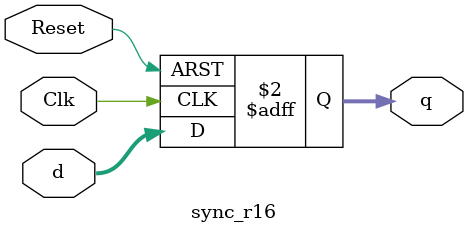
<source format=sv>

module sync (
	input  logic Clk, d, 
	output logic q
);

always_ff @ (posedge Clk)
begin
	q <= d;
end

endmodule

module sync1 (
	input  logic Clk,
	input logic[15:0] d,
	output logic[15:0] q
);

always_ff @ (posedge Clk)
begin
	q <= d;
end

endmodule


//synchronizer with reset to 0 (d_ff)
module sync_r0 (
	input  logic Clk, Reset, d, 
	output logic q
);

//initial
//begin	
//	q <= 1'b0;
//end

always_ff @ (posedge Clk or posedge Reset)
begin
	if (Reset)
		q <= 1'b0;
	else
		q <= d;
end

endmodule

//synchronizer with reset to 1 (d_ff)
module sync_r1 (
	input  logic Clk, Reset, d, 
	output logic q
);
//initial
//begin	
//	q <= 1'b1;
//end

always_ff @ (posedge Clk or posedge Reset)
begin
	if (Reset)
		q <= 1'b1;
	else
		q <= d;
end

endmodule

module sync_r16 (
	input  logic Clk, Reset,
	input logic[15:0] d,
	output logic[15:0] q
);
//initial
//begin	
//	q <= 1'b1;
//end

always_ff @ (posedge Clk or posedge Reset)
begin
	if (Reset)
		q <= 16'b1;
	else
		q <= d;
end

endmodule

</source>
